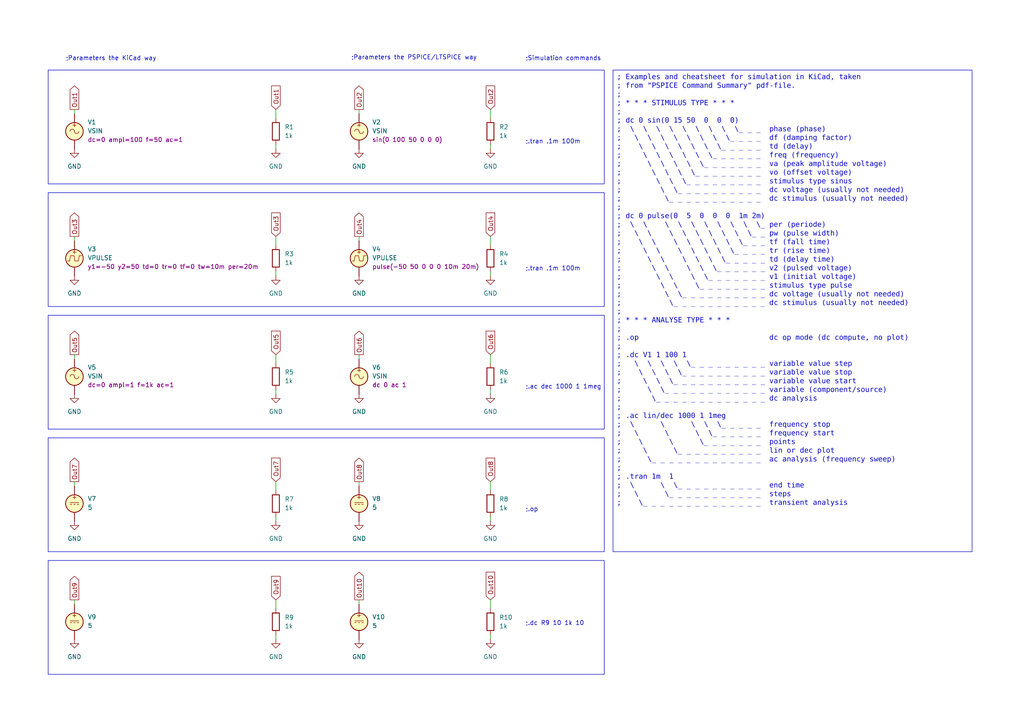
<source format=kicad_sch>
(kicad_sch (version 20231120) (generator "eeschema") (generator_version "8.0")
  (paper "A4")
  (title_block (title "KiCad Simulation commands") (date "2024-12-15") (company "GitHub/OJStuff"))
  (lib_symbols
    (symbol "Device:R" (pin_numbers hide) (pin_names (offset 0))
      (property "Reference" "R" (at 2.032 0 90))
      (property "Value" "R" (at 0 0 90))
      (symbol "R_0_1"
        (rectangle (start -1.016 -2.54) (end 1.016 2.54) (stroke (width 0.254)))
      )
      (symbol "R_1_1"
        (pin passive line (at 0 3.81 270) (length 1.27) (name "~") (number "1"))
        (pin passive line (at 0 -3.81 90) (length 1.27) (name "~") (number "2"))
      )
    )
    (symbol "GND_1" (power) (pin_numbers hide) (pin_names (offset 0) hide)
      (property "Value" "GND" (at 0 -3.81 0))
      (symbol "GND_1_0_1"
        (polyline (pts (xy 0 0) (xy 0 -1.27) (xy 1.27 -1.27) (xy 0 -2.54) (xy -1.27 -1.27) (xy 0 -1.27)))
      )
      (symbol "GND_1_1_1"
        (pin power_in line (at 0 0 270) (length 0) (name "~") (number "1"))
      )
    )
    (symbol "VDC_1" (pin_numbers hide) (pin_names (offset 0.0254))
      (property "Reference" "V" (at 2.54 2.54 0))
      (property "Value" "1" (at 2.54 0 0))
      (symbol "VDC_1_0_0"
        (polyline (pts (xy -1.27 0.254) (xy 1.27 0.254)))
        (polyline (pts (xy -0.762 -0.254) (xy -1.27 -0.254)))
        (polyline (pts (xy 0.254 -0.254) (xy -0.254 -0.254)))
        (polyline (pts (xy 1.27 -0.254) (xy 0.762 -0.254)))
        (text "+" (at 0 1.905 0) (effects (font (size 1.27 1.27))))
      )
      (symbol "VDC_1_0_1"
        (circle (center 0 0) (radius 2.54) (stroke (width 0.254)) (fill (type background)))
      )
      (symbol "VDC_1_1_1"
        (pin passive line (at 0 5.08 270) (length 2.54) (name "~") (number "1"))
        (pin passive line (at 0 -5.08 90) (length 2.54) (name "~") (number "2"))
      )
    )
    (symbol "VPULSE_1" (pin_numbers hide) (pin_names (offset 0.0254))
      (property "Reference" "V" (at 2.54 2.54 0))
      (property "Value" "VPULSE" (at 2.54 0 0))
      (property "Sim.Params" "y1=0 y2=1 td=2n tr=2n tf=2n tw=50n per=100n" (at 2.54 -2.54 0))
      (symbol "VPULSE_1_0_0"
        (polyline (pts (xy -2.032 -0.762) (xy -1.397 -0.762) (xy -1.143 0.762) (xy -0.127 0.762) (xy 0.127 -0.762) (xy 1.143 -0.762) (xy 1.397 0.762) (xy 2.032 0.762)))
        (text "+" (at 0 1.905 0) (effects (font (size 1.27 1.27))))
      )
      (symbol "VPULSE_1_0_1"
        (circle (center 0 0) (radius 2.54) (stroke (width 0.254)) (fill (type background)))
      )
      (symbol "VPULSE_1_1_1"
        (pin passive line (at 0 5.08 270) (length 2.54) (name "~") (number "1"))
        (pin passive line (at 0 -5.08 90) (length 2.54) (name "~") (number "2"))
      )
    )
    (symbol "VSIN_1" (pin_numbers hide) (pin_names (offset 0.0254))
      (property "Reference" "V" (at 2.54 2.54 0))
      (property "Value" "VSIN" (at 2.54 0 0))
      (property "Sim.Params" "dc=0 ampl=1 f=1k ac=1" (at 2.54 -2.54 0))
      (symbol "VSIN_1_0_0"
        (arc (start 0 0) (mid -0.635 0.6323) (end -1.27 0))
        (arc (start 0 0) (mid 0.635 -0.6323) (end 1.27 0))
        (text "+" (at 0 1.905 0) (effects (font (size 1.27 1.27))))
      )
      (symbol "VSIN_1_0_1"
        (circle (center 0 0) (radius 2.54) (stroke (width 0.254)) (fill (type background)))
      )
      (symbol "VSIN_1_1_1"
        (pin passive line (at 0 5.08 270) (length 2.54) (name "~") (number "1"))
        (pin passive line (at 0 -5.08 90) (length 2.54) (name "~") (number "2"))
      )
    )
    (symbol "VSIN_2" (pin_numbers hide) (pin_names (offset 0.0254))
      (property "Reference" "V" (at 2.54 2.54 0))
      (property "Value" "VSIN" (at 2.54 0 0))
      (property "Sim.Params" "dc=0 ampl=1 f=1k ac=1" (at 2.54 -2.54 0))
      (symbol "VSIN_2_0_0"
        (arc (start 0 0) (mid -0.635 0.6323) (end -1.27 0))
        (arc (start 0 0) (mid 0.635 -0.6323) (end 1.27 0))
        (text "+" (at 0 1.905 0) (effects (font (size 1.27 1.27))))
      )
      (symbol "VSIN_2_0_1"
        (circle (center 0 0) (radius 2.54) (stroke (width 0.254)) (fill (type background)))
      )
      (symbol "VSIN_2_1_1"
        (pin passive line (at 0 5.08 270) (length 2.54) (name "~") (number "1"))
        (pin passive line (at 0 -5.08 90) (length 2.54) (name "~") (number "2"))
      )
    )
  )
  (wire (pts (xy 142.24 68.58) (xy 142.24 71.12)))
  (wire (pts (xy 80.01 68.58) (xy 80.01 71.12)))
  (wire (pts (xy 80.01 149.86) (xy 80.01 151.13)))
  (wire (pts (xy 80.01 31.75) (xy 80.01 34.29)))
  (wire (pts (xy 142.24 184.15) (xy 142.24 185.42)))
  (wire (pts (xy 142.24 173.99) (xy 142.24 176.53)))
  (wire (pts (xy 21.59 102.87) (xy 21.59 104.14)))
  (wire (pts (xy 80.01 139.7) (xy 80.01 142.24)))
  (wire (pts (xy 21.59 31.75) (xy 21.59 33.02)))
  (wire (pts (xy 21.59 139.7) (xy 21.59 140.97)))
  (wire (pts (xy 142.24 139.7) (xy 142.24 142.24)))
  (wire (pts (xy 80.01 113.03) (xy 80.01 114.3)))
  (wire (pts (xy 142.24 78.74) (xy 142.24 80.01)))
  (wire (pts (xy 21.59 68.58) (xy 21.59 69.85)))
  (wire (pts (xy 80.01 184.15) (xy 80.01 185.42)))
  (wire (pts (xy 104.14 68.58) (xy 104.14 69.85)))
  (wire (pts (xy 142.24 149.86) (xy 142.24 151.13)))
  (wire (pts (xy 142.24 31.75) (xy 142.24 34.29)))
  (wire (pts (xy 80.01 102.87) (xy 80.01 105.41)))
  (wire (pts (xy 104.14 31.75) (xy 104.14 33.02)))
  (wire (pts (xy 142.24 113.03) (xy 142.24 114.3)))
  (wire (pts (xy 104.14 173.99) (xy 104.14 175.26)))
  (wire (pts (xy 104.14 139.7) (xy 104.14 140.97)))
  (wire (pts (xy 80.01 173.99) (xy 80.01 176.53)))
  (wire (pts (xy 21.59 173.99) (xy 21.59 175.26)))
  (wire (pts (xy 80.01 78.74) (xy 80.01 80.01)))
  (wire (pts (xy 142.24 102.87) (xy 142.24 105.41)))
  (wire (pts (xy 80.01 41.91) (xy 80.01 43.18)))
  (wire (pts (xy 142.24 41.91) (xy 142.24 43.18)))
  (wire (pts (xy 104.14 102.87) (xy 104.14 104.14)))
  (rectangle (start 13.97 127) (end 175.26 160.02))
  (rectangle (start 13.97 162.56) (end 175.26 195.58))
  (rectangle (start 13.97 55.88) (end 175.26 88.9))
  (rectangle (start 13.97 91.44) (end 175.26 124.46))
  (rectangle (start 13.97 20.32) (end 175.26 53.34))
  (text_box "; Examples and cheatsheet for simulation in KiCad, taken\n; from \"PSPICE Command Summary\" pdf-file.\n; \n; * * * STIMULUS TYPE * * *\n; \n; dc 0 sin(0 15 50  0  0  0)\n;  \\  \\  \\  \\  \\  \\  \\  \\  \\_ _ _  phase (phase)\n;   \\  \\  \\  \\  \\  \\  \\  \\_ _ _ _  df (damping factor)\n;    \\  \\  \\  \\  \\  \\  \\_ _ _ _ _  td (delay)\n;     \\  \\  \\  \\  \\  \\_ _ _ _ _ _  freq (frequency)\n;      \\  \\  \\  \\  \\_ _ _ _ _ _ _  va (peak amplitude voltage)\n;       \\  \\  \\  \\_ _ _ _ _ _ _ _  vo (offset voltage)\n;        \\  \\  \\_ _ _ _ _ _ _ _ _  stimulus type sinus\n;         \\  \\_ _ _ _ _ _ _ _ _ _  dc voltage (usually not needed)\n;          \\_ _ _ _ _ _ _ _ _ _ _  dc stimulus (usually not needed)\n; \n; dc 0 pulse(0  5  0  0  0  1m 2m)\n;  \\  \\    \\  \\  \\  \\  \\  \\  \\  \\_ per (periode)\n;   \\  \\    \\  \\  \\  \\  \\  \\  \\_ _ pw (pulse width)\n;    \\  \\    \\  \\  \\  \\  \\  \\_ _ _ tf (fall time)\n;     \\  \\    \\  \\  \\  \\  \\_ _ _ _ tr (rise time)\n;      \\  \\    \\  \\  \\  \\_ _ _ _ _ td (delay time)\n;       \\  \\    \\  \\  \\_ _ _ _ _ _ v2 (pulsed voltage)\n;        \\  \\    \\  \\_ _ _ _ _ _ _ v1 (initial voltage)\n;         \\  \\    \\_ _ _ _ _ _ _ _ stimulus type pulse\n;          \\  \\_ _ _ _ _ _ _ _ _ _ dc voltage (usually not needed)\n;           \\_ _ _ _ _ _ _ _ _ _ _ dc stimulus (usually not needed)\n; \n; * * * ANALYSE TYPE * * *\n; \n; .op                              dc op mode (dc compute, no plot)\n; \n; .dc V1 1 100 1\n;   \\  \\  \\  \\  \\_ _ _ _ _ _ _ _ _ variable value step\n;    \\  \\  \\  \\_ _ _ _ _ _ _ _ _ _ variable value stop\n;     \\  \\  \\_ _ _ _ _ _ _ _ _ _ _ variable value start\n;      \\  \\_ _ _ _ _ _ _ _ _ _ _ _ variable (component/source)\n;       \\_ _ _ _ _ _ _ _ _ _ _ _ _ dc analysis\n; \n; .ac lin/dec 1000 1 1meg\n;  \\      \\      \\  \\  \\_ _ _ _ _  frequency stop\n;   \\      \\      \\  \\_ _ _ _ _ _  frequency start\n;    \\      \\      \\_ _ _ _ _ _ _  points\n;     \\      \\_ _ _ _ _ _ _ _ _ _  lin or dec plot\n;      \\_ _ _ _ _ _ _ _ _ _ _ _ _  ac analysis (frequency sweep)\n; \n; .tran 1m  1\n;  \\      \\  \\_ _ _ _ _ _ _ _ _ _  end time\n;   \\      \\_ _ _ _ _ _ _ _ _ _ _  steps\n;    \\_ _ _ _ _ _ _ _ _ _ _ _ _ _  transient analysis" (at 177.8 20.32 0) (size 104.14 139.7) (effects (font (size 1.5 1.5)) (justify left top)))
  (text ";Parameters the KiCad way" (at 19.05 17.78 0) (effects (font (size 1.27 1.27)) (justify left bottom)))
  (text ";Simulation commands" (at 152.4 17.78 0) (effects (font (size 1.27 1.27)) (justify left bottom)))
  (text ";.op" (at 152.4 148.59 0) (effects (font (size 1.27 1.27)) (justify left bottom)))
  (text ";.ac dec 1000 1 1meg" (at 152.4 113.03 0) (effects (font (size 1.27 1.27)) (justify left bottom)))
  (text ";.tran .1m 100m" (at 152.4 78.74 0) (effects (font (size 1.27 1.27)) (justify left bottom)))
  (text ";.tran .1m 100m" (at 152.4 41.91 0) (effects (font (size 1.27 1.27)) (justify left bottom)))
  (text ";Parameters the PSPICE/LTSPICE way" (at 101.854 17.526 0) (effects (font (size 1.27 1.27)) (justify left bottom)))
  (text ";.dc R9 10 1k 10" (at 152.4 181.61 0) (effects (font (size 1.27 1.27)) (justify left bottom)))
  (global_label "Out6" (shape output) (at 104.14 102.87 90) (property "Intersheetrefs" "${INTERSHEET_REFS}" (effects (hide yes))))
  (global_label "Out5" (shape output) (at 21.59 102.87 90) (property "Intersheetrefs" "${INTERSHEET_REFS}" (effects (hide yes))))
  (global_label "Out4" (shape output) (at 104.14 68.58 90) (property "Intersheetrefs" "${INTERSHEET_REFS}" (effects (hide yes))))
  (global_label "Out7" (shape output) (at 21.59 139.7 90) (property "Intersheetrefs" "${INTERSHEET_REFS}" (effects (hide yes))))
  (global_label "Out10" (shape input) (at 142.24 173.99 90) (property "Intersheetrefs" "${INTERSHEET_REFS}" (effects (hide yes))))
  (global_label "Out2" (shape input) (at 142.24 31.75 90) (property "Intersheetrefs" "${INTERSHEET_REFS}" (effects (hide yes))))
  (global_label "Out1" (shape output) (at 21.59 31.75 90) (property "Intersheetrefs" "${INTERSHEET_REFS}" (effects (hide yes))))
  (global_label "Out4" (shape input) (at 142.24 68.58 90) (property "Intersheetrefs" "${INTERSHEET_REFS}" (effects (hide yes))))
  (global_label "Out8" (shape output) (at 104.14 139.7 90) (property "Intersheetrefs" "${INTERSHEET_REFS}" (effects (hide yes))))
  (global_label "Out3" (shape input) (at 80.01 68.58 90) (property "Intersheetrefs" "${INTERSHEET_REFS}" (effects (hide yes))))
  (global_label "Out9" (shape input) (at 80.01 173.99 90) (property "Intersheetrefs" "${INTERSHEET_REFS}" (effects (hide yes))))
  (global_label "Out7" (shape input) (at 80.01 139.7 90) (property "Intersheetrefs" "${INTERSHEET_REFS}" (effects (hide yes))))
  (global_label "Out8" (shape input) (at 142.24 139.7 90) (property "Intersheetrefs" "${INTERSHEET_REFS}" (effects (hide yes))))
  (global_label "Out3" (shape output) (at 21.59 68.58 90) (property "Intersheetrefs" "${INTERSHEET_REFS}" (effects (hide yes))))
  (global_label "Out9" (shape output) (at 21.59 173.99 90) (property "Intersheetrefs" "${INTERSHEET_REFS}" (effects (hide yes))))
  (global_label "Out6" (shape input) (at 142.24 102.87 90) (property "Intersheetrefs" "${INTERSHEET_REFS}" (effects (hide yes))))
  (global_label "Out5" (shape input) (at 80.01 102.87 90) (property "Intersheetrefs" "${INTERSHEET_REFS}" (effects (hide yes))))
  (global_label "Out2" (shape output) (at 104.14 31.75 90) (property "Intersheetrefs" "${INTERSHEET_REFS}" (effects (hide yes))))
  (global_label "Out1" (shape input) (at 80.01 31.75 90) (property "Intersheetrefs" "${INTERSHEET_REFS}" (effects (hide yes))))
  (global_label "Out10" (shape output) (at 104.14 173.99 90) (property "Intersheetrefs" "${INTERSHEET_REFS}" (effects (hide yes))))
  (symbol (lib_name "GND_1") (lib_id "power:GND") (at 142.24 185.42 0) (unit 1)
    (property "Reference" "#PWR011" (effects (hide yes)))
    (property "Value" "GND" (at 142.24 190.5 0))
    (property "Description" "Power symbol creates a global label with name \"GND\" , ground" (effects (hide yes)))
  )
  (symbol (lib_name "GND_1") (lib_id "power:GND") (at 104.14 114.3 0) (unit 1)
    (property "Reference" "#PWR06" (effects (hide yes)))
    (property "Value" "GND" (at 104.14 119.38 0))
    (property "Description" "Power symbol creates a global label with name \"GND\" , ground" (effects (hide yes)))
  )
  (symbol (lib_id "Device:R") (at 80.01 109.22 0) (unit 1)
    (property "Reference" "R5" (at 82.55 107.9499 0) (effects (justify left)))
    (property "Value" "1k" (at 82.55 110.4899 0) (effects (justify left)))
  )
  (symbol (lib_name "GND_1") (lib_id "power:GND") (at 142.24 114.3 0) (unit 1)
    (property "Reference" "#PWR019" (effects (hide yes)))
    (property "Value" "GND" (at 142.24 119.38 0))
    (property "Description" "Power symbol creates a global label with name \"GND\" , ground" (effects (hide yes)))
  )
  (symbol (lib_name "VSIN_2") (lib_id "Simulation_SPICE:VSIN") (at 104.14 109.22 0) (unit 1)
    (property "Reference" "V6" (at 107.95 106.5501 0) (effects (justify left)))
    (property "Value" "VSIN" (at 107.95 109.0901 0) (effects (justify left)))
    (property "Datasheet" "https://ngspice.sourceforge.io/docs/ngspice-html-manual/manual.xhtml#sec_Independent_Sources_for" (effects (hide yes)))
    (property "Description" "Voltage source, sinusoidal" (effects (hide yes)))
    (property "Sim.Pins" "1=+ 2=-" (effects (hide yes)))
    (property "Sim.Params" "dc 0 ac 1" (at 107.95 111.6301 0) (effects (justify left)))
    (property "Sim.Type" "SIN" (effects (hide yes)))
    (property "Sim.Device" "V" (effects (hide yes)))
  )
  (symbol (lib_id "Device:R") (at 80.01 180.34 0) (unit 1)
    (property "Reference" "R9" (at 82.55 179.0699 0) (effects (justify left)))
    (property "Value" "1k" (at 82.55 181.6099 0) (effects (justify left)))
  )
  (symbol (lib_name "GND_1") (lib_id "power:GND") (at 80.01 80.01 0) (unit 1)
    (property "Reference" "#PWR015" (effects (hide yes)))
    (property "Value" "GND" (at 80.01 85.09 0))
    (property "Description" "Power symbol creates a global label with name \"GND\" , ground" (effects (hide yes)))
  )
  (symbol (lib_id "Device:R") (at 142.24 74.93 0) (unit 1)
    (property "Reference" "R4" (at 144.78 73.6599 0) (effects (justify left)))
    (property "Value" "1k" (at 144.78 76.1999 0) (effects (justify left)))
  )
  (symbol (lib_name "VPULSE_1") (lib_id "Simulation_SPICE:VPULSE") (at 104.14 74.93 0) (unit 1)
    (property "Reference" "V4" (at 107.95 72.2601 0) (effects (justify left)))
    (property "Value" "VPULSE" (at 107.95 74.8001 0) (effects (justify left)))
    (property "Datasheet" "https://ngspice.sourceforge.io/docs/ngspice-html-manual/manual.xhtml#sec_Independent_Sources_for" (effects (hide yes)))
    (property "Description" "Voltage source, pulse" (effects (hide yes)))
    (property "Sim.Pins" "1=+ 2=-" (effects (hide yes)))
    (property "Sim.Type" "PULSE" (effects (hide yes)))
    (property "Sim.Device" "V" (effects (hide yes)))
    (property "Sim.Params" "pulse(-50 50 0 0 0 10m 20m)" (at 107.95 77.3401 0) (effects (justify left)))
  )
  (symbol (lib_name "GND_1") (lib_id "power:GND") (at 21.59 43.18 0) (unit 1)
    (property "Reference" "#PWR01" (effects (hide yes)))
    (property "Value" "GND" (at 21.59 48.26 0))
    (property "Description" "Power symbol creates a global label with name \"GND\" , ground" (effects (hide yes)))
  )
  (symbol (lib_name "VSIN_1") (lib_id "Simulation_SPICE:VSIN") (at 21.59 38.1 0) (unit 1)
    (property "Reference" "V1" (at 25.4 35.4301 0) (effects (justify left)))
    (property "Value" "VSIN" (at 25.4 37.9701 0) (effects (justify left)))
    (property "Datasheet" "https://ngspice.sourceforge.io/docs/ngspice-html-manual/manual.xhtml#sec_Independent_Sources_for" (effects (hide yes)))
    (property "Description" "Voltage source, sinusoidal" (effects (hide yes)))
    (property "Sim.Pins" "1=+ 2=-" (effects (hide yes)))
    (property "Sim.Params" "dc=0 ampl=100 f=50 ac=1" (at 25.4 40.5101 0) (effects (justify left)))
    (property "Sim.Type" "SIN" (effects (hide yes)))
    (property "Sim.Device" "V" (effects (hide yes)))
  )
  (symbol (lib_id "Device:R") (at 80.01 74.93 0) (unit 1)
    (property "Reference" "R3" (at 82.55 73.6599 0) (effects (justify left)))
    (property "Value" "1k" (at 82.55 76.1999 0) (effects (justify left)))
  )
  (symbol (lib_name "GND_1") (lib_id "power:GND") (at 142.24 43.18 0) (unit 1)
    (property "Reference" "#PWR017" (effects (hide yes)))
    (property "Value" "GND" (at 142.24 48.26 0))
    (property "Description" "Power symbol creates a global label with name \"GND\" , ground" (effects (hide yes)))
  )
  (symbol (lib_name "GND_1") (lib_id "power:GND") (at 104.14 151.13 0) (unit 1)
    (property "Reference" "#PWR09" (effects (hide yes)))
    (property "Value" "GND" (at 104.14 156.21 0))
    (property "Description" "Power symbol creates a global label with name \"GND\" , ground" (effects (hide yes)))
  )
  (symbol (lib_name "VDC_1") (lib_id "Simulation_SPICE:VDC") (at 21.59 146.05 0) (unit 1)
    (property "Reference" "V7" (at 25.4 144.6501 0) (effects (justify left)))
    (property "Value" "5" (at 25.4 147.1901 0) (effects (justify left)))
    (property "Datasheet" "https://ngspice.sourceforge.io/docs/ngspice-html-manual/manual.xhtml#sec_Independent_Sources_for" (effects (hide yes)))
    (property "Description" "Voltage source, DC" (effects (hide yes)))
    (property "Sim.Pins" "1=+ 2=-" (effects (hide yes)))
    (property "Sim.Type" "DC" (effects (hide yes)))
    (property "Sim.Device" "V" (effects (hide yes)))
  )
  (symbol (lib_name "GND_1") (lib_id "power:GND") (at 104.14 80.01 0) (unit 1)
    (property "Reference" "#PWR04" (effects (hide yes)))
    (property "Value" "GND" (at 104.14 85.09 0))
    (property "Description" "Power symbol creates a global label with name \"GND\" , ground" (effects (hide yes)))
  )
  (symbol (lib_name "GND_1") (lib_id "power:GND") (at 104.14 185.42 0) (unit 1)
    (property "Reference" "#PWR012" (effects (hide yes)))
    (property "Value" "GND" (at 104.14 190.5 0))
    (property "Description" "Power symbol creates a global label with name \"GND\" , ground" (effects (hide yes)))
  )
  (symbol (lib_name "VSIN_2") (lib_id "Simulation_SPICE:VSIN") (at 21.59 109.22 0) (unit 1)
    (property "Reference" "V5" (at 25.4 106.5501 0) (effects (justify left)))
    (property "Value" "VSIN" (at 25.4 109.0901 0) (effects (justify left)))
    (property "Datasheet" "https://ngspice.sourceforge.io/docs/ngspice-html-manual/manual.xhtml#sec_Independent_Sources_for" (effects (hide yes)))
    (property "Description" "Voltage source, sinusoidal" (effects (hide yes)))
    (property "Sim.Pins" "1=+ 2=-" (effects (hide yes)))
    (property "Sim.Params" "dc=0 ampl=1 f=1k ac=1" (at 25.4 111.6301 0) (effects (justify left)))
    (property "Sim.Type" "SIN" (effects (hide yes)))
    (property "Sim.Device" "V" (effects (hide yes)))
  )
  (symbol (lib_id "Device:R") (at 80.01 38.1 0) (unit 1)
    (property "Reference" "R1" (at 82.55 36.8299 0) (effects (justify left)))
    (property "Value" "1k" (at 82.55 39.3699 0) (effects (justify left)))
  )
  (symbol (lib_name "GND_1") (lib_id "power:GND") (at 80.01 114.3 0) (unit 1)
    (property "Reference" "#PWR020" (effects (hide yes)))
    (property "Value" "GND" (at 80.01 119.38 0))
    (property "Description" "Power symbol creates a global label with name \"GND\" , ground" (effects (hide yes)))
  )
  (symbol (lib_id "Device:R") (at 142.24 146.05 0) (unit 1)
    (property "Reference" "R8" (at 144.78 144.7799 0) (effects (justify left)))
    (property "Value" "1k" (at 144.78 147.3199 0) (effects (justify left)))
  )
  (symbol (lib_name "GND_1") (lib_id "power:GND") (at 142.24 80.01 0) (unit 1)
    (property "Reference" "#PWR018" (effects (hide yes)))
    (property "Value" "GND" (at 142.24 85.09 0))
    (property "Description" "Power symbol creates a global label with name \"GND\" , ground" (effects (hide yes)))
  )
  (symbol (lib_name "GND_1") (lib_id "power:GND") (at 21.59 114.3 0) (unit 1)
    (property "Reference" "#PWR05" (effects (hide yes)))
    (property "Value" "GND" (at 21.59 119.38 0))
    (property "Description" "Power symbol creates a global label with name \"GND\" , ground" (effects (hide yes)))
  )
  (symbol (lib_name "GND_1") (lib_id "power:GND") (at 21.59 151.13 0) (unit 1)
    (property "Reference" "#PWR07" (effects (hide yes)))
    (property "Value" "GND" (at 21.59 156.21 0))
    (property "Description" "Power symbol creates a global label with name \"GND\" , ground" (effects (hide yes)))
  )
  (symbol (lib_name "GND_1") (lib_id "power:GND") (at 104.14 43.18 0) (unit 1)
    (property "Reference" "#PWR02" (effects (hide yes)))
    (property "Value" "GND" (at 104.14 48.26 0))
    (property "Description" "Power symbol creates a global label with name \"GND\" , ground" (effects (hide yes)))
  )
  (symbol (lib_name "GND_1") (lib_id "power:GND") (at 80.01 151.13 0) (unit 1)
    (property "Reference" "#PWR08" (effects (hide yes)))
    (property "Value" "GND" (at 80.01 156.21 0))
    (property "Description" "Power symbol creates a global label with name \"GND\" , ground" (effects (hide yes)))
  )
  (symbol (lib_name "VDC_1") (lib_id "Simulation_SPICE:VDC") (at 21.59 180.34 0) (unit 1)
    (property "Reference" "V9" (at 25.4 178.9401 0) (effects (justify left)))
    (property "Value" "5" (at 25.4 181.4801 0) (effects (justify left)))
    (property "Datasheet" "https://ngspice.sourceforge.io/docs/ngspice-html-manual/manual.xhtml#sec_Independent_Sources_for" (effects (hide yes)))
    (property "Description" "Voltage source, DC" (effects (hide yes)))
    (property "Sim.Pins" "1=+ 2=-" (effects (hide yes)))
    (property "Sim.Type" "DC" (effects (hide yes)))
    (property "Sim.Device" "V" (effects (hide yes)))
  )
  (symbol (lib_name "VDC_1") (lib_id "Simulation_SPICE:VDC") (at 104.14 146.05 0) (unit 1)
    (property "Reference" "V8" (at 107.95 144.6501 0) (effects (justify left)))
    (property "Value" "5" (at 107.95 147.1901 0) (effects (justify left)))
    (property "Datasheet" "https://ngspice.sourceforge.io/docs/ngspice-html-manual/manual.xhtml#sec_Independent_Sources_for" (effects (hide yes)))
    (property "Description" "Voltage source, DC" (effects (hide yes)))
    (property "Sim.Pins" "1=+ 2=-" (effects (hide yes)))
    (property "Sim.Type" "DC" (effects (hide yes)))
    (property "Sim.Device" "V" (effects (hide yes)))
  )
  (symbol (lib_name "GND_1") (lib_id "power:GND") (at 21.59 80.01 0) (unit 1)
    (property "Reference" "#PWR03" (effects (hide yes)))
    (property "Value" "GND" (at 21.59 85.09 0))
    (property "Description" "Power symbol creates a global label with name \"GND\" , ground" (effects (hide yes)))
  )
  (symbol (lib_name "GND_1") (lib_id "power:GND") (at 21.59 185.42 0) (unit 1)
    (property "Reference" "#PWR014" (effects (hide yes)))
    (property "Value" "GND" (at 21.59 190.5 0))
    (property "Description" "Power symbol creates a global label with name \"GND\" , ground" (effects (hide yes)))
  )
  (symbol (lib_id "Device:R") (at 142.24 180.34 0) (unit 1)
    (property "Reference" "R10" (at 144.78 179.0699 0) (effects (justify left)))
    (property "Value" "1k" (at 144.78 181.6099 0) (effects (justify left)))
  )
  (symbol (lib_id "Device:R") (at 142.24 109.22 0) (unit 1)
    (property "Reference" "R6" (at 144.78 107.9499 0) (effects (justify left)))
    (property "Value" "1k" (at 144.78 110.4899 0) (effects (justify left)))
  )
  (symbol (lib_name "GND_1") (lib_id "power:GND") (at 80.01 185.42 0) (unit 1)
    (property "Reference" "#PWR013" (effects (hide yes)))
    (property "Value" "GND" (at 80.01 190.5 0))
    (property "Description" "Power symbol creates a global label with name \"GND\" , ground" (effects (hide yes)))
  )
  (symbol (lib_name "GND_1") (lib_id "power:GND") (at 142.24 151.13 0) (unit 1)
    (property "Reference" "#PWR010" (effects (hide yes)))
    (property "Value" "GND" (at 142.24 156.21 0))
    (property "Description" "Power symbol creates a global label with name \"GND\" , ground" (effects (hide yes)))
  )
  (symbol (lib_name "VSIN_1") (lib_id "Simulation_SPICE:VSIN") (at 104.14 38.1 0) (unit 1)
    (property "Reference" "V2" (at 107.95 35.4301 0) (effects (justify left)))
    (property "Value" "VSIN" (at 107.95 37.9701 0) (effects (justify left)))
    (property "Datasheet" "https://ngspice.sourceforge.io/docs/ngspice-html-manual/manual.xhtml#sec_Independent_Sources_for" (effects (hide yes)))
    (property "Description" "Voltage source, sinusoidal" (effects (hide yes)))
    (property "Sim.Pins" "1=+ 2=-" (effects (hide yes)))
    (property "Sim.Params" "sin(0 100 50 0 0 0)" (at 107.95 40.5101 0) (effects (justify left)))
    (property "Sim.Type" "SIN" (effects (hide yes)))
    (property "Sim.Device" "V" (effects (hide yes)))
  )
  (symbol (lib_id "Device:R") (at 80.01 146.05 0) (unit 1)
    (property "Reference" "R7" (at 82.55 144.7799 0) (effects (justify left)))
    (property "Value" "1k" (at 82.55 147.3199 0) (effects (justify left)))
  )
  (symbol (lib_name "VDC_1") (lib_id "Simulation_SPICE:VDC") (at 104.14 180.34 0) (unit 1)
    (property "Reference" "V10" (at 107.95 178.9401 0) (effects (justify left)))
    (property "Value" "5" (at 107.95 181.4801 0) (effects (justify left)))
    (property "Datasheet" "https://ngspice.sourceforge.io/docs/ngspice-html-manual/manual.xhtml#sec_Independent_Sources_for" (effects (hide yes)))
    (property "Description" "Voltage source, DC" (effects (hide yes)))
    (property "Sim.Pins" "1=+ 2=-" (effects (hide yes)))
    (property "Sim.Type" "DC" (effects (hide yes)))
    (property "Sim.Device" "V" (effects (hide yes)))
  )
  (symbol (lib_id "Device:R") (at 142.24 38.1 0) (unit 1)
    (property "Reference" "R2" (at 144.78 36.8299 0) (effects (justify left)))
    (property "Value" "1k" (at 144.78 39.3699 0) (effects (justify left)))
  )
  (symbol (lib_name "VPULSE_1") (lib_id "Simulation_SPICE:VPULSE") (at 21.59 74.93 0) (unit 1)
    (property "Reference" "V3" (at 25.4 72.2601 0) (effects (justify left)))
    (property "Value" "VPULSE" (at 25.4 74.8001 0) (effects (justify left)))
    (property "Datasheet" "https://ngspice.sourceforge.io/docs/ngspice-html-manual/manual.xhtml#sec_Independent_Sources_for" (effects (hide yes)))
    (property "Description" "Voltage source, pulse" (effects (hide yes)))
    (property "Sim.Pins" "1=+ 2=-" (effects (hide yes)))
    (property "Sim.Type" "PULSE" (effects (hide yes)))
    (property "Sim.Device" "V" (effects (hide yes)))
    (property "Sim.Params" "y1=-50 y2=50 td=0 tr=0 tf=0 tw=10m per=20m" (at 25.4 77.3401 0) (effects (justify left)))
  )
  (symbol (lib_name "GND_1") (lib_id "power:GND") (at 80.01 43.18 0) (unit 1)
    (property "Reference" "#PWR016" (effects (hide yes)))
    (property "Value" "GND" (at 80.01 48.26 0))
    (property "Description" "Power symbol creates a global label with name \"GND\" , ground" (effects (hide yes)))
  )
)
</source>
